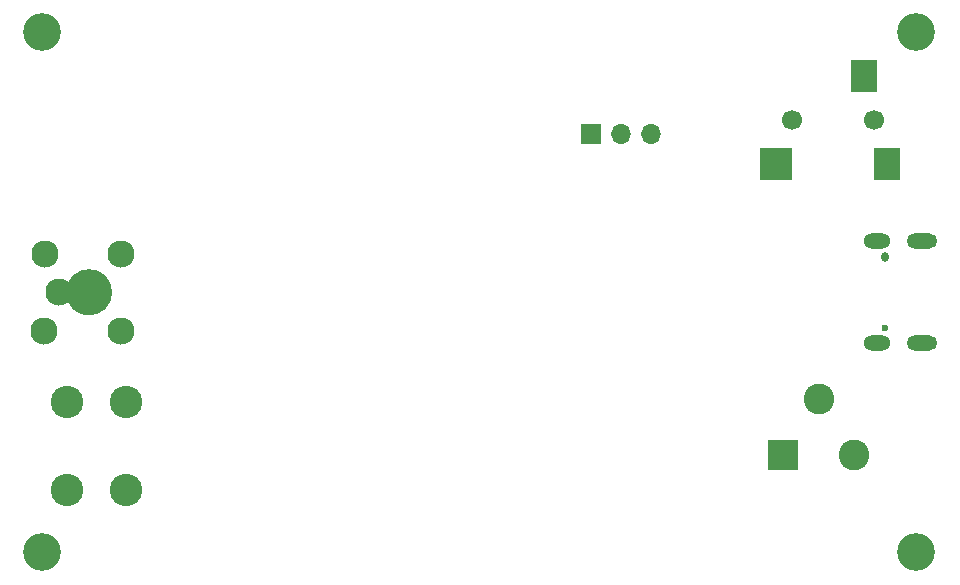
<source format=gbs>
%TF.GenerationSoftware,KiCad,Pcbnew,7.0.6-7.0.6~ubuntu20.04.1*%
%TF.CreationDate,2023-09-06T11:46:54-07:00*%
%TF.ProjectId,harp_lick_detector_capactive,68617270-5f6c-4696-936b-5f6465746563,rev?*%
%TF.SameCoordinates,PX640a5a0PY7088980*%
%TF.FileFunction,Soldermask,Bot*%
%TF.FilePolarity,Negative*%
%FSLAX46Y46*%
G04 Gerber Fmt 4.6, Leading zero omitted, Abs format (unit mm)*
G04 Created by KiCad (PCBNEW 7.0.6-7.0.6~ubuntu20.04.1) date 2023-09-06 11:46:54*
%MOMM*%
%LPD*%
G01*
G04 APERTURE LIST*
%ADD10C,1.975000*%
%ADD11R,2.600000X2.600000*%
%ADD12C,2.600000*%
%ADD13C,2.300000*%
%ADD14C,3.200000*%
%ADD15C,0.600000*%
%ADD16O,0.600000X0.850000*%
%ADD17O,2.300000X1.300000*%
%ADD18O,2.600000X1.300000*%
%ADD19C,2.750000*%
%ADD20R,1.700000X1.700000*%
%ADD21O,1.700000X1.700000*%
%ADD22C,1.700000*%
%ADD23R,2.200000X2.800000*%
%ADD24R,2.800000X2.800000*%
G04 APERTURE END LIST*
D10*
X7987500Y25000000D02*
G75*
G03*
X7987500Y25000000I-987500J0D01*
G01*
D11*
%TO.C,J6*%
X65800000Y11250000D03*
D12*
X71800000Y11250000D03*
X68800000Y15950000D03*
%TD*%
D13*
%TO.C,J3*%
X7000000Y25000000D03*
X4460000Y25000000D03*
X3190000Y21723400D03*
X9743200Y21723400D03*
X3310000Y28276600D03*
X9743200Y28276600D03*
%TD*%
D14*
%TO.C,REF\u002A\u002A*%
X77000000Y3000000D03*
%TD*%
%TO.C,REF\u002A\u002A*%
X77000000Y47000000D03*
%TD*%
D15*
%TO.C,J5*%
X74400000Y22000000D03*
D16*
X74400000Y28000000D03*
D17*
X73675000Y20680000D03*
D18*
X77500000Y20680000D03*
D17*
X73675000Y29320000D03*
D18*
X77500000Y29320000D03*
%TD*%
D14*
%TO.C,REF\u002A\u002A*%
X3000000Y47000000D03*
%TD*%
%TO.C,REF\u002A\u002A*%
X3000000Y3000000D03*
%TD*%
D19*
%TO.C,H1*%
X10100000Y15750000D03*
X5100000Y15750000D03*
X10100000Y8250000D03*
X5100000Y8250000D03*
%TD*%
D20*
%TO.C,J2*%
X49500000Y38400000D03*
D21*
X52040000Y38400000D03*
X54580000Y38400000D03*
%TD*%
D22*
%TO.C,J4*%
X66500000Y39600000D03*
X73500000Y39600000D03*
D23*
X72600000Y43300000D03*
X74600000Y35900000D03*
D24*
X65200000Y35900000D03*
%TD*%
M02*

</source>
